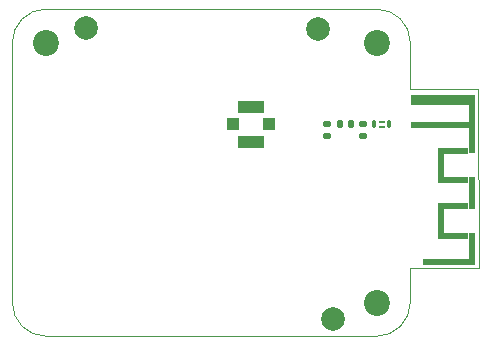
<source format=gbr>
%TF.GenerationSoftware,KiCad,Pcbnew,8.0.0*%
%TF.CreationDate,2024-03-10T12:34:59+00:00*%
%TF.ProjectId,MoveCritic_FBTM_RF,4d6f7665-4372-4697-9469-635f4642544d,rev?*%
%TF.SameCoordinates,PX7ee4219PY616af6f*%
%TF.FileFunction,Soldermask,Top*%
%TF.FilePolarity,Negative*%
%FSLAX46Y46*%
G04 Gerber Fmt 4.6, Leading zero omitted, Abs format (unit mm)*
G04 Created by KiCad (PCBNEW 8.0.0) date 2024-03-10 12:34:59*
%MOMM*%
%LPD*%
G01*
G04 APERTURE LIST*
G04 Aperture macros list*
%AMRoundRect*
0 Rectangle with rounded corners*
0 $1 Rounding radius*
0 $2 $3 $4 $5 $6 $7 $8 $9 X,Y pos of 4 corners*
0 Add a 4 corners polygon primitive as box body*
4,1,4,$2,$3,$4,$5,$6,$7,$8,$9,$2,$3,0*
0 Add four circle primitives for the rounded corners*
1,1,$1+$1,$2,$3*
1,1,$1+$1,$4,$5*
1,1,$1+$1,$6,$7*
1,1,$1+$1,$8,$9*
0 Add four rect primitives between the rounded corners*
20,1,$1+$1,$2,$3,$4,$5,0*
20,1,$1+$1,$4,$5,$6,$7,0*
20,1,$1+$1,$6,$7,$8,$9,0*
20,1,$1+$1,$8,$9,$2,$3,0*%
G04 Aperture macros list end*
%ADD10R,1.000000X1.000000*%
%ADD11R,2.200000X1.050000*%
%ADD12C,2.200000*%
%ADD13C,2.000000*%
%ADD14RoundRect,0.147500X-0.147500X-0.172500X0.147500X-0.172500X0.147500X0.172500X-0.147500X0.172500X0*%
%ADD15RoundRect,0.140000X-0.170000X0.140000X-0.170000X-0.140000X0.170000X-0.140000X0.170000X0.140000X0*%
%ADD16R,0.500000X5.000000*%
%ADD17R,4.900000X0.500000*%
%ADD18R,2.640000X0.500000*%
%ADD19R,0.500000X2.000000*%
%ADD20R,0.500000X2.700000*%
%ADD21R,3.900000X0.500000*%
%ADD22R,4.900000X0.900000*%
%ADD23RoundRect,0.068750X-0.068750X-0.281250X0.068750X-0.281250X0.068750X0.281250X-0.068750X0.281250X0*%
%ADD24RoundRect,0.061250X-0.163750X-0.061250X0.163750X-0.061250X0.163750X0.061250X-0.163750X0.061250X0*%
%TA.AperFunction,Profile*%
%ADD25C,0.100000*%
%TD*%
G04 APERTURE END LIST*
D10*
%TO.C,J1*%
X21750000Y17910001D03*
D11*
X20250000Y16435001D03*
D10*
X18750000Y17910001D03*
D11*
X20250000Y19385001D03*
%TD*%
D12*
%TO.C,H1*%
X30900001Y24819999D03*
%TD*%
%TO.C,H2*%
X2900000Y24820000D03*
%TD*%
%TO.C,H4*%
X30900001Y2819999D03*
%TD*%
D13*
%TO.C,FID1*%
X25950001Y26019999D03*
%TD*%
D14*
%TO.C,L3*%
X27767502Y17899999D03*
X28737502Y17899999D03*
%TD*%
D15*
%TO.C,C14*%
X26727501Y17904998D03*
X26727501Y16944998D03*
%TD*%
%TO.C,C15*%
X29777500Y17905000D03*
X29777500Y16945000D03*
%TD*%
D13*
%TO.C,FID2*%
X27179817Y1448660D03*
%TD*%
D16*
%TO.C,AE1*%
X38965001Y17930001D03*
D17*
X36265001Y17880001D03*
D18*
X37395001Y15680001D03*
D19*
X36325001Y14430001D03*
D18*
X37395001Y13180001D03*
D20*
X38965001Y12080001D03*
D18*
X37395001Y10980001D03*
D19*
X36325001Y9730001D03*
D18*
X37395001Y8480001D03*
D20*
X38965001Y7380001D03*
D21*
X36765001Y6280001D03*
D22*
X36265001Y19980001D03*
%TD*%
D13*
%TO.C,FID3*%
X6250000Y26070000D03*
%TD*%
D23*
%TO.C,FLT1*%
X30715000Y17900000D03*
D24*
X31327500Y18127500D03*
X31327500Y17672500D03*
D23*
X31940000Y17900000D03*
%TD*%
D25*
X33750002Y2819999D02*
X33750002Y5729999D01*
X2900001Y-30000D02*
X30900001Y-30002D01*
X33750002Y5729999D02*
X33822501Y5730000D01*
X33750002Y2819999D02*
G75*
G02*
X30900001Y-30004I-2850003J0D01*
G01*
X30900001Y27669999D02*
G75*
G02*
X33749999Y24820000I-2J-2850000D01*
G01*
X33750000Y24820000D02*
X33750002Y20929999D01*
X2900001Y-30000D02*
G75*
G02*
X50000Y2819999I-2J2849999D01*
G01*
X50001Y24819999D02*
X50001Y2819999D01*
X33750002Y20929999D02*
X33812502Y20930000D01*
X50001Y24819999D02*
G75*
G02*
X2900000Y27669997I2849998J0D01*
G01*
X30900001Y27669999D02*
X2900000Y27669998D01*
%TO.C,AE1*%
X39515001Y20930001D02*
X33815001Y20930001D01*
X39515001Y20930001D02*
X39525001Y5730001D01*
X39525001Y5730001D02*
X33825001Y5730001D01*
%TD*%
M02*

</source>
